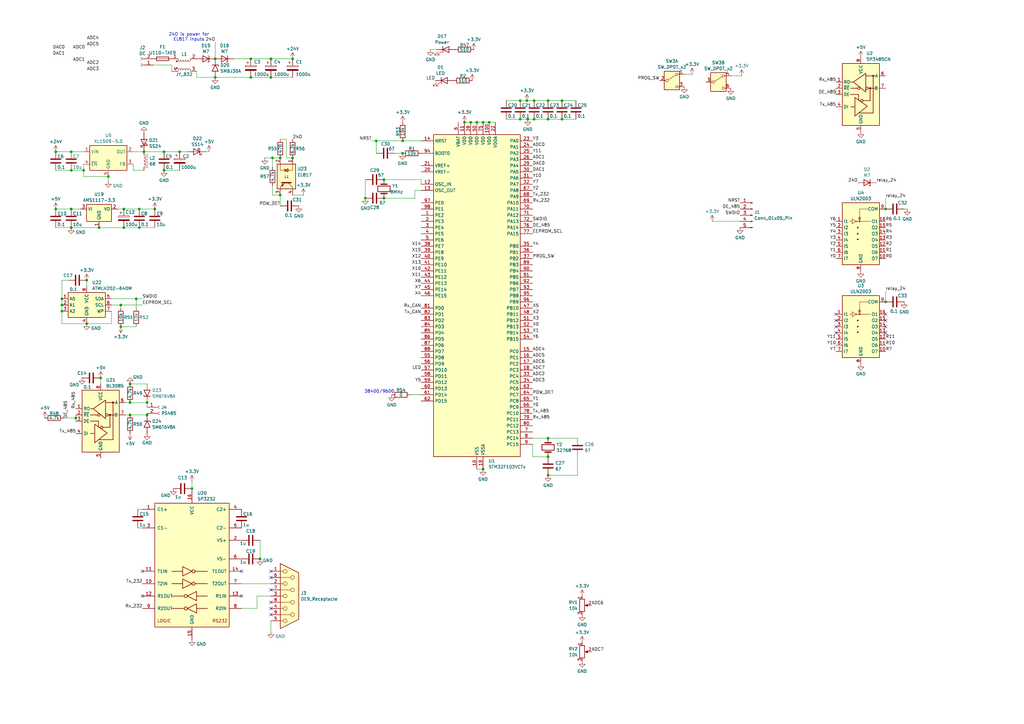
<source format=kicad_sch>
(kicad_sch (version 20231120) (generator "eeschema") (generator_version "8.0")
  (paper "A3")
  (junction (at 35.56 114.935))
  (junction (at 67.3009 62.23))
  (junction (at 102.87 31.75))
  (junction (at 224.79 48.895))
  (junction (at 31.115 171.45))
  (junction (at 41.275 155.0228))
  (junction (at 195.58 50.165))
  (junction (at 88.265 31.75))
  (junction (at 53.34 165.1))
  (junction (at 88.265 24.13))
  (junction (at 193.04 50.165))
  (junction (at 29.21 85.725))
  (junction (at 213.36 41.275))
  (junction (at 29.21 69.85))
  (junction (at 111.125 31.75))
  (junction (at 149.86 81.28))
  (junction (at 35.56 132.715))
  (junction (at 60.325 165.1))
  (junction (at 63.5 85.725))
  (junction (at 363.22 123.825))
  (junction (at 216.1236 41.275))
  (junction (at 57.15 85.725))
  (junction (at 219.075 41.275))
  (junction (at 224.79 194.945))
  (junction (at 120.015 24.13))
  (junction (at 111.125 24.13))
  (junction (at 49.53 125.095))
  (junction (at 73.66 62.23))
  (junction (at 111.76 64.77))
  (junction (at 154.305 57.785))
  (junction (at 49.53 133.985))
  (junction (at 106.68 229.235))
  (junction (at 114.935 64.77))
  (junction (at 50.8 93.345))
  (junction (at 224.79 187.325))
  (junction (at 224.79 41.275))
  (junction (at 157.48 81.28))
  (junction (at 59.055 62.23))
  (junction (at 165.1 62.865))
  (junction (at 78.74 200.4026))
  (junction (at 29.21 62.23))
  (junction (at 67.3009 69.85))
  (junction (at 53.34 157.48))
  (junction (at 198.12 50.165))
  (junction (at 22.86 85.725))
  (junction (at 230.505 48.895))
  (junction (at 25.4 125.095))
  (junction (at 219.075 48.895))
  (junction (at 224.79 179.705))
  (junction (at 57.15 93.345))
  (junction (at 120.015 64.77))
  (junction (at 29.21 93.345))
  (junction (at 25.4 122.555))
  (junction (at 60.325 170.18))
  (junction (at 53.34 170.18))
  (junction (at 40.64 93.345))
  (junction (at 25.4 127.635))
  (junction (at 216.4245 48.895))
  (junction (at 363.22 85.725))
  (junction (at 50.8 85.725))
  (junction (at 230.505 41.275))
  (junction (at 157.48 73.66))
  (junction (at 102.87 24.13))
  (junction (at 213.36 48.895))
  (junction (at 114.935 80.01))
  (junction (at 22.86 62.23))
  (junction (at 190.5 50.165))
  (junction (at 44.45 72.39))
  (junction (at 198.12 192.405))
  (junction (at 200.66 50.165))
  (junction (at 34.29 69.85))
  (junction (at 165.1589 57.785))
  (junction (at 55.88 122.555))
  (no_connect (at 342.9 128.905))
  (no_connect (at 99.06 244.475))
  (no_connect (at 111.125 247.015))
  (no_connect (at 363.22 131.445))
  (no_connect (at 58.42 244.475))
  (no_connect (at 363.22 136.525))
  (no_connect (at 111.125 249.555))
  (no_connect (at 111.125 236.855))
  (no_connect (at 363.22 128.905))
  (no_connect (at 58.42 234.315))
  (no_connect (at 342.9 133.985))
  (no_connect (at 111.125 234.315))
  (no_connect (at 111.125 252.095))
  (no_connect (at 342.9 136.525))
  (no_connect (at 99.06 234.315))
  (no_connect (at 111.125 241.935))
  (no_connect (at 342.9 131.445))
  (no_connect (at 363.22 133.985))
  (wire (pts (xy 99.06 239.395) (xy 111.125 239.395)))
  (wire (pts (xy 55.88 122.555) (xy 55.88 126.365)))
  (wire (pts (xy 25.4 132.715) (xy 35.56 132.715)))
  (wire (pts (xy 31.115 171.45) (xy 31.115 172.72)))
  (wire (pts (xy 108.585 64.77) (xy 111.76 64.77)))
  (wire (pts (xy 88.265 31.75) (xy 80.645 31.75)))
  (wire (pts (xy 195.58 192.405) (xy 198.12 192.405)))
  (wire (pts (xy 29.21 69.85) (xy 34.29 69.85)))
  (wire (pts (xy 304.165 31.115) (xy 299.72 31.115)))
  (wire (pts (xy 54.61 69.85) (xy 54.61 67.31)))
  (wire (pts (xy 78.74 197.485) (xy 78.74 200.4026)))
  (wire (pts (xy 195.58 50.165) (xy 198.12 50.165)))
  (wire (pts (xy 34.29 67.31) (xy 34.29 69.85)))
  (wire (pts (xy 193.04 50.165) (xy 195.58 50.165)))
  (wire (pts (xy 120.015 31.75) (xy 111.125 31.75)))
  (wire (pts (xy 224.79 41.275) (xy 230.505 41.275)))
  (wire (pts (xy 218.44 187.325) (xy 224.79 187.325)))
  (wire (pts (xy 88.265 31.75) (xy 102.87 31.75)))
  (wire (pts (xy 40.64 93.345) (xy 50.8 93.345)))
  (wire (pts (xy 111.125 244.475) (xy 105.41 244.475)))
  (wire (pts (xy 363.22 119.38) (xy 363.22 123.825)))
  (wire (pts (xy 165.1589 57.785) (xy 172.72 57.785)))
  (wire (pts (xy 168.275 161.925) (xy 172.72 161.925)))
  (wire (pts (xy 190.5 50.165) (xy 193.04 50.165)))
  (wire (pts (xy 207.645 41.275) (xy 213.36 41.275)))
  (wire (pts (xy 105.41 244.475) (xy 105.41 249.555)))
  (wire (pts (xy 58.42 122.555) (xy 55.88 122.555)))
  (wire (pts (xy 292.1 90.805) (xy 303.53 90.805)))
  (wire (pts (xy 200.66 50.165) (xy 203.2 50.165)))
  (wire (pts (xy 213.36 48.895) (xy 216.4245 48.895)))
  (wire (pts (xy 31.115 170.18) (xy 31.115 171.45)))
  (wire (pts (xy 33.02 85.725) (xy 29.21 85.725)))
  (wire (pts (xy 157.48 81.28) (xy 170.18 81.28)))
  (wire (pts (xy 56.515 216.535) (xy 58.42 216.535)))
  (wire (pts (xy 50.8 85.725) (xy 57.15 85.725)))
  (wire (pts (xy 106.68 221.615) (xy 106.68 229.235)))
  (wire (pts (xy 218.44 182.245) (xy 218.44 187.325)))
  (wire (pts (xy 70.485 29.21) (xy 70.485 26.67)))
  (wire (pts (xy 219.075 48.895) (xy 224.79 48.895)))
  (wire (pts (xy 161.925 62.865) (xy 165.1 62.865)))
  (wire (pts (xy 198.12 50.165) (xy 200.66 50.165)))
  (wire (pts (xy 236.855 194.945) (xy 236.855 187.325)))
  (wire (pts (xy 236.855 179.705) (xy 224.79 179.705)))
  (wire (pts (xy 60.325 169.545) (xy 60.325 170.18)))
  (wire (pts (xy 70.485 26.67) (xy 62.865 26.67)))
  (wire (pts (xy 230.505 48.895) (xy 236.22 48.895)))
  (wire (pts (xy 56.515 208.915) (xy 58.42 208.915)))
  (wire (pts (xy 111.76 76.2) (xy 111.76 80.01)))
  (wire (pts (xy 55.88 122.555) (xy 45.72 122.555)))
  (wire (pts (xy 60.325 157.48) (xy 53.34 157.48)))
  (wire (pts (xy 154.305 62.865) (xy 154.305 57.785)))
  (wire (pts (xy 224.79 194.945) (xy 236.855 194.945)))
  (wire (pts (xy 149.86 73.66) (xy 149.86 81.28)))
  (wire (pts (xy 216.4245 48.895) (xy 219.075 48.895)))
  (wire (pts (xy 49.53 125.095) (xy 45.72 125.095)))
  (wire (pts (xy 29.21 62.23) (xy 34.29 62.23)))
  (wire (pts (xy 102.87 31.75) (xy 111.125 31.75)))
  (wire (pts (xy 22.86 69.85) (xy 29.21 69.85)))
  (wire (pts (xy 363.22 81.28) (xy 363.22 85.725)))
  (wire (pts (xy 50.8 93.345) (xy 57.15 93.345)))
  (wire (pts (xy 22.86 93.345) (xy 29.21 93.345)))
  (wire (pts (xy 41.275 154.94) (xy 41.275 155.0228)))
  (wire (pts (xy 25.4 114.935) (xy 25.4 122.555)))
  (wire (pts (xy 111.76 80.01) (xy 114.935 80.01)))
  (wire (pts (xy 219.075 41.275) (xy 224.79 41.275)))
  (wire (pts (xy 114.935 57.15) (xy 117.475 57.15)))
  (wire (pts (xy 207.645 48.895) (xy 213.36 48.895)))
  (wire (pts (xy 67.3009 62.23) (xy 73.66 62.23)))
  (wire (pts (xy 224.79 179.705) (xy 218.44 179.705)))
  (wire (pts (xy 60.325 165.1) (xy 60.325 167.005)))
  (wire (pts (xy 22.86 62.23) (xy 29.21 62.23)))
  (wire (pts (xy 170.18 81.28) (xy 170.18 78.105)))
  (wire (pts (xy 44.45 74.295) (xy 44.45 72.39)))
  (wire (pts (xy 80.645 31.75) (xy 80.645 29.21)))
  (wire (pts (xy 27.94 114.935) (xy 25.4 114.935)))
  (wire (pts (xy 154.305 57.785) (xy 165.1589 57.785)))
  (wire (pts (xy 85.725 62.23) (xy 84.455 62.23)))
  (wire (pts (xy 49.53 126.365) (xy 49.53 125.095)))
  (wire (pts (xy 25.4 122.555) (xy 25.4 125.095)))
  (wire (pts (xy 45.72 132.715) (xy 45.72 127.635)))
  (wire (pts (xy 34.29 72.39) (xy 44.45 72.39)))
  (wire (pts (xy 213.36 41.275) (xy 216.1236 41.275)))
  (wire (pts (xy 120.015 80.01) (xy 124.46 80.01)))
  (wire (pts (xy 57.15 93.345) (xy 63.5 93.345)))
  (wire (pts (xy 105.41 249.555) (xy 99.06 249.555)))
  (wire (pts (xy 49.53 133.985) (xy 55.88 133.985)))
  (wire (pts (xy 25.4 127.635) (xy 25.4 132.715)))
  (wire (pts (xy 117.475 64.77) (xy 120.015 64.77)))
  (wire (pts (xy 57.15 85.725) (xy 63.5 85.725)))
  (wire (pts (xy 59.055 62.23) (xy 54.61 62.23)))
  (wire (pts (xy 76.835 62.23) (xy 73.66 62.23)))
  (wire (pts (xy 60.325 165.1) (xy 53.34 165.1)))
  (wire (pts (xy 120.015 24.13) (xy 111.125 24.13)))
  (wire (pts (xy 111.125 259.08) (xy 111.125 254.635)))
  (wire (pts (xy 102.87 24.13) (xy 111.125 24.13)))
  (wire (pts (xy 170.18 78.105) (xy 172.72 78.105)))
  (wire (pts (xy 25.4 125.095) (xy 25.4 127.635)))
  (wire (pts (xy 59.055 69.85) (xy 54.61 69.85)))
  (wire (pts (xy 60.325 170.18) (xy 53.34 170.18)))
  (wire (pts (xy 117.475 57.15) (xy 117.475 64.77)))
  (wire (pts (xy 114.935 84.455) (xy 114.935 80.01)))
  (wire (pts (xy 172.72 73.66) (xy 172.72 75.565)))
  (wire (pts (xy 53.34 165.1) (xy 51.435 165.1)))
  (wire (pts (xy 224.79 48.895) (xy 230.505 48.895)))
  (wire (pts (xy 152.4 57.785) (xy 154.305 57.785)))
  (wire (pts (xy 111.76 64.77) (xy 114.935 64.77)))
  (wire (pts (xy 283.845 30.48) (xy 280.67 30.48)))
  (wire (pts (xy 95.885 24.13) (xy 102.87 24.13)))
  (wire (pts (xy 26.035 171.45) (xy 31.115 171.45)))
  (wire (pts (xy 67.3009 69.85) (xy 73.66 69.85)))
  (wire (pts (xy 58.42 125.095) (xy 49.53 125.095)))
  (wire (pts (xy 230.505 41.275) (xy 236.22 41.275)))
  (wire (pts (xy 216.1236 41.275) (xy 219.075 41.275)))
  (wire (pts (xy 35.56 114.935) (xy 35.56 117.475)))
  (wire (pts (xy 53.34 170.18) (xy 51.435 170.18)))
  (wire (pts (xy 34.29 69.85) (xy 34.29 72.39)))
  (wire (pts (xy 342.9 36.195) (xy 342.9 38.735)))
  (wire (pts (xy 35.56 132.715) (xy 45.72 132.715)))
  (wire (pts (xy 176.53 20.32) (xy 179.07 20.32)))
  (wire (pts (xy 41.275 155.0228) (xy 41.275 157.48)))
  (wire (pts (xy 50.8 85.725) (xy 48.26 85.725)))
  (wire (pts (xy 111.76 64.77) (xy 111.76 68.58)))
  (wire (pts (xy 157.48 73.66) (xy 172.72 73.66)))
  (wire (pts (xy 88.265 17.145) (xy 88.265 24.13)))
  (wire (pts (xy 78.74 200.4026) (xy 78.74 201.295)))
  (wire (pts (xy 67.3009 62.23) (xy 59.055 62.23)))
  (wire (pts (xy 22.86 85.725) (xy 29.21 85.725)))
  (wire (pts (xy 29.21 93.345) (xy 40.64 93.345)))
  (wire (pts (xy 372.11 85.725) (xy 370.84 85.725)))
  (text "24O is power for\nEL817 inputs" (at 77.47 15.24 0) (effects (font (size 1.27 1.27))))
  (text "38400/9600" (at 155.575 160.655 0) (effects (font (size 1.27 1.27))))
  (label "SWDIO" (at 303.53 88.265 180))
  (label "X12" (at 172.72 106.045 180))
  (label "24O" (at 513.08 273.685 180))
  (label "Y4" (at 342.9 95.885 180))
  (label "relay_24" (at 359.41 74.93 0))
  (label "X0" (at 446.405 170.815 180))
  (label "X0" (at 218.44 133.985 0))
  (label "R11" (at 363.22 139.065 0))
  (label "EEPROM_SCL" (at 218.44 95.885 0))
  (label "24O" (at 351.79 74.93 180))
  (label "Y1" (at 342.9 103.505 180))
  (label "COM0" (at 460.957 97.4373 0))
  (label "ADC5" (at 218.44 146.685 0))
  (label "ADC1" (at 218.44 65.405 0))
  (label "Rx_485" (at 31.115 167.64 90))
  (label "X1" (at 446.405 189.865 180))
  (label "relay_24" (at 478.79 108.585 180))
  (label "24O" (at 446.405 213.36 180))
  (label "Rx_232" (at 218.44 83.185 0))
  (label "relay_24" (at 478.737 140.6173 180))
  (label "SWDIO" (at 218.44 90.805 0))
  (label "relay_24" (at 445.082 92.3573 180))
  (label "NRST" (at 303.53 83.185 180))
  (label "Y4" (at 218.44 100.965 0))
  (label "COM0" (at 461.063 113.3827 0))
  (label "X4" (at 446.405 249.555 180))
  (label "YY0" (at 461.01 75.565 0))
  (label "ADC7" (at 242.57 267.335 0))
  (label "X11" (at 513.08 249.555 180))
  (label "relay_24" (at 478.684 92.6396 180))
  (label "R7" (at 363.22 144.145 0))
  (label "Y1" (at 218.44 164.465 0))
  (label "ADC6" (at 218.44 149.225 0))
  (label "X6" (at 446.405 289.56 180))
  (label "Tx_232" (at 218.44 80.645 0))
  (label "relay_24" (at 363.22 81.28 0))
  (label "DAC0" (at 21.59 20.32 0))
  (label "24O" (at 446.405 232.41 180))
  (label "X13" (at 172.72 108.585 180))
  (label "X3" (at 446.405 228.6 180))
  (label "ADC7" (at 218.44 151.765 0))
  (label "YY2" (at 461.063 107.6677 0))
  (label "Tx_485" (at 31.115 177.8 180))
  (label "Rx_485" (at 218.44 172.085 0))
  (label "relay_24" (at 445.135 140.335 180))
  (label "COM1" (at 494.559 97.7196 0))
  (label "X10" (at 513.08 228.6 180))
  (label "24O" (at 513.08 232.41 180))
  (label "R11" (at 478.737 145.0623 180))
  (label "ADC2" (at 218.44 154.305 0))
  (label "COM2" (at 494.612 145.6973 0))
  (label "24O" (at 513.08 193.675 180))
  (label "X7" (at 513.08 170.815 180))
  (label "ADC4" (at 35.56 16.51 0))
  (label "relay_24" (at 445.135 76.2 180))
  (label "ADC4" (at 218.44 144.145 0))
  (label "Y2" (at 218.44 78.105 0))
  (label "X12" (at 513.08 269.875 180))
  (label "DE_485" (at 303.53 85.725 180))
  (label "Y6" (at 218.44 139.065 0))
  (label "Y6" (at 342.9 90.805 180))
  (label "X7" (at 172.72 118.745 180))
  (label "R4" (at 445.135 144.78 180))
  (label "Y0" (at 342.9 106.045 180))
  (label "X13" (at 513.08 289.56 180))
  (label "R5" (at 478.737 80.9273 180))
  (label "YY10" (at 494.612 124.1073 0))
  (label "DAC0" (at 218.44 67.945 0))
  (label "X4" (at 172.72 121.285 180))
  (label "Rx_485" (at 342.9 33.655 180))
  (label "X11" (at 172.72 113.665 180))
  (label "R1" (at 445.082 96.8023 180))
  (label "relay_24" (at 445.135 124.46 180))
  (label "ADC5" (at 35.56 19.05 0))
  (label "24O" (at 513.08 174.625 180))
  (label "ADC0" (at 218.44 60.325 0))
  (label "X10" (at 172.72 111.125 180))
  (label "POW_DET" (at 114.935 84.455 180))
  (label "R6" (at 363.22 90.805 0))
  (label "COM1" (at 494.612 81.5623 0))
  (label "R2" (at 363.22 100.965 0))
  (label "relay_24" (at 478.737 124.7423 180))
  (label "24O" (at 120.015 57.15 0))
  (label "R0" (at 445.135 80.645 180))
  (label "Y5" (at 172.72 156.845 180))
  (label "Y10" (at 218.44 73.025 0))
  (label "R10" (at 363.22 141.605 0))
  (label "R4" (at 363.22 95.885 0))
  (label "YY11" (at 494.612 139.9823 0))
  (label "Rx_232" (at 58.42 249.555 180))
  (label "R10" (at 478.737 129.1873 180))
  (label "R6" (at 478.684 97.0846 180))
  (label "YY4" (at 461.01 139.7 0))
  (label "24O" (at 513.08 293.37 180))
  (label "Y2" (at 342.9 100.965 180))
  (label "DE_485" (at 342.9 38.735 180))
  (label "24O" (at 88.265 17.145 180))
  (label "COM2" (at 494.612 129.8223 0))
  (label "24O" (at 446.405 273.685 180))
  (label "Y10" (at 342.9 141.605 180))
  (label "DAC1" (at 21.59 22.86 0))
  (label "NRST" (at 152.4 57.785 180))
  (label "DAC1" (at 218.44 70.485 0))
  (label "X8" (at 513.08 189.865 180))
  (label "X5" (at 218.44 126.365 0))
  (label "COM1" (at 494.665 113.665 0))
  (label "24O" (at 446.405 174.625 180))
  (label "ADC1" (at 29.845 25.4 0))
  (label "X6" (at 172.72 116.205 180))
  (label "YY5" (at 494.612 75.8473 0))
  (label "24O" (at 513.08 213.36 180))
  (label "24O" (at 446.405 293.37 180))
  (label "DE_485" (at 218.44 93.345 0))
  (label "Y3" (at 342.9 98.425 180))
  (label "LED" (at 172.72 151.765 180))
  (label "COM1" (at 461.01 145.415 0))
  (label "Tx_485" (at 342.9 43.815 180))
  (label "relay_24" (at 478.737 76.4823 180))
  (label "YY7" (at 494.665 107.95 0))
  (label "YY6" (at 494.559 92.0046 0))
  (label "X2" (at 446.405 209.55 180))
  (label "R2" (at 445.188 112.7477 180))
  (label "X3" (at 218.44 131.445 0))
  (label "X14" (at 172.72 100.965 180))
  (label "R3" (at 363.22 98.425 0))
  (label "Y11" (at 218.44 62.865 0))
  (label "X15" (at 172.72 103.505 180))
  (label "Y7" (at 342.9 144.145 180))
  (label "ADC3" (at 35.56 29.21 0))
  (label "X1" (at 218.44 136.525 0))
  (label "YY3" (at 461.01 123.825 0))
  (label "R1" (at 363.22 103.505 0))
  (label "R5" (at 363.22 93.345 0))
  (label "SWDIO" (at 58.42 122.555 0))
  (label "LED" (at 178.435 33.02 180))
  (label "24O" (at 446.405 193.675 180))
  (label "Y5" (at 342.9 93.345 180))
  (label "R3" (at 445.135 128.905 180))
  (label "COM0" (at 461.01 129.54 0))
  (label "X9" (at 513.08 209.55 180))
  (label "PROG_SW" (at 270.51 33.02 180))
  (label "POW_DET" (at 218.44 161.925 0))
  (label "ADC0" (at 29.845 20.32 0))
  (label "R0" (at 363.22 106.045 0))
  (label "Y7" (at 218.44 75.565 0))
  (label "Y3" (at 218.44 57.785 0))
  (label "relay_24" (at 363.22 119.38 0))
  (label "24O" (at 446.405 253.365 180))
  (label "ADC6" (at 242.57 248.285 0))
  (label "ADC2" (at 35.56 26.67 0))
  (label "YY1" (at 460.957 91.7223 0))
  (label "X5" (at 446.405 269.875 180))
  (label "relay_24" (at 445.188 108.3027 180))
  (label "COM0" (at 461.01 81.28 0))
  (label "Rx_CAN" (at 172.72 126.365 180))
  (label "Tx_485" (at 218.44 169.545 0))
  (label "EEPROM_SCL" (at 58.42 125.095 0))
  (label "DE_485" (at 27.94 171.45 90))
  (label "X2" (at 218.44 128.905 0))
  (label "PROG_SW" (at 218.44 106.045 0))
  (label "Tx_CAN" (at 172.72 128.905 180))
  (label "24O" (at 513.08 253.365 180))
  (label "ADC3" (at 218.44 156.845 0))
  (label "Tx_232" (at 58.42 239.395 180))
  (label "Y0" (at 218.44 167.005 0))
  (label "R7" (at 478.79 113.03 180))
  (label "Y11" (at 342.9 139.065 180))
  (symbol (lib_id "Device:R") (at 168.91 62.865 90) (unit 1)
    (property "Reference" "R1" (at 168.91 60.96 90))
    (property "Value" "10k" (at 168.91 62.865 90))
    (property "Footprint" "Resistor_SMD:R_0603_1608Metric_Pad0.98x0.95mm_HandSolder" (effects (hide yes)))
    (property "Description" "Resistor" (effects (hide yes)))
  )
  (symbol (lib_id "power:+3.3V") (at 78.74 197.485 0) (unit 1)
    (property "Reference" "#PWR058" (effects (hide yes)))
    (property "Value" "+3.3V" (at 78.74 193.3519 0))
    (property "Description" "Power symbol creates a global label with name \"+3.3V\"" (effects (hide yes)))
  )
  (symbol (lib_id "Switch:SW_DPDT_x2") (at 294.64 33.655 0) (unit 2)
    (property "Reference" "SW3" (at 294.64 25.7005 0))
    (property "Value" "SW_DPDT_x2" (at 294.64 28.1248 0))
    (property "Footprint" "Button_Switch_THT:SW_CK_JS202011CQN_DPDT_Straight" (effects (hide yes)))
    (property "Description" "Switch, dual pole double throw, separate symbols" (effects (hide yes)))
  )
  (symbol (lib_id "Device:C") (at 57.15 89.535 0) (unit 1)
    (property "Reference" "C8" (at 57.785 87.63 0) (effects (justify left)))
    (property "Value" "0.1" (at 57.785 92.075 0) (effects (justify left)))
    (property "Footprint" "Capacitor_SMD:C_0603_1608Metric_Pad1.08x0.95mm_HandSolder" (effects (hide yes)))
    (property "Description" "Unpolarized capacitor" (effects (hide yes)))
  )
  (symbol (lib_id "Device:C") (at 56.515 212.725 0) (unit 1)
    (property "Reference" "C15" (at 57.15 210.82 0) (effects (justify left)))
    (property "Value" "1u" (at 57.15 215.265 0) (effects (justify left)))
    (property "Footprint" "Capacitor_SMD:C_0805_2012Metric_Pad1.18x1.45mm_HandSolder" (effects (hide yes)))
    (property "Description" "Unpolarized capacitor" (effects (hide yes)))
  )
  (symbol (lib_id "Device:C") (at 158.115 62.865 90) (unit 1)
    (property "Reference" "C30" (at 158.115 59.055 90))
    (property "Value" "6?" (at 160.655 60.96 90))
    (property "Footprint" "Capacitor_SMD:C_0805_2012Metric_Pad1.18x1.45mm_HandSolder" (effects (hide yes)))
    (property "Description" "Unpolarized capacitor" (effects (hide yes)))
  )
  (symbol (lib_id "power:GND") (at 88.265 31.75 0) (unit 1)
    (property "Reference" "#PWR046" (effects (hide yes)))
    (property "Value" "GND" (at 88.265 35.8831 0))
    (property "Description" "Power symbol creates a global label with name \"GND\" , ground" (effects (hide yes)))
  )
  (symbol (lib_id "Transistor_Array:ULN2003") (at 353.06 133.985 0) (unit 1)
    (property "Reference" "U3" (at 353.06 117.1405 0))
    (property "Value" "ULN2003" (at 353.06 119.5648 0))
    (property "Footprint" "Package_SO:SOIC-16_3.9x9.9mm_P1.27mm" (effects (hide yes)))
    (property "Datasheet" "http://www.ti.com/lit/ds/symlink/uln2003a.pdf" (effects (hide yes)))
    (property "Description" "High Voltage, High Current Darlington Transistor Arrays, SOIC16/SOIC16W/DIP16/TSSOP16" (effects (hide yes)))
  )
  (symbol (lib_id "Diode:SMAJ30A") (at 88.265 27.94 270) (unit 1)
    (property "Reference" "D20" (at 90.297 26.7278 90) (effects (justify left)))
    (property "Value" "SMBJ30A" (at 90.297 29.1521 90) (effects (justify left)))
    (property "Footprint" "Diode_SMD:D_SMB" (effects (hide yes)))
    (property "Datasheet" "https://www.littelfuse.com/media?resourcetype=datasheets&itemid=75e32973-b177-4ee3-a0ff-cedaf1abdb93&filename=smaj-datasheet" (effects (hide yes)))
    (property "Description" "400W unidirectional Transient Voltage Suppressor, 30.0Vr, SMA(DO-214AC)" (effects (hide yes)))
  )
  (symbol (lib_id "Device:C_Polarized") (at 102.87 27.94 0) (unit 1)
    (property "Reference" "C3" (at 104.14 25.4 0) (effects (justify left)))
    (property "Value" "1000u" (at 104.14 30.48 0) (effects (justify left)))
    (property "Footprint" "Capacitor_THT:CP_Radial_D14.0mm_P7.50mm" (effects (hide yes)))
    (property "Description" "Polarized capacitor" (effects (hide yes)))
  )
  (symbol (lib_id "power:GND") (at 160.655 161.925 0) (unit 1)
    (property "Reference" "#PWR044" (effects (hide yes)))
    (property "Value" "GND" (at 160.655 166.0581 0))
    (property "Description" "Power symbol creates a global label with name \"GND\" , ground" (effects (hide yes)))
  )
  (symbol (lib_id "Device:R") (at 120.015 60.96 180) (unit 1)
    (property "Reference" "R56" (at 123.19 60.96 0))
    (property "Value" "6.2k" (at 120.015 60.96 90))
    (property "Footprint" "Resistor_SMD:R_0603_1608Metric_Pad0.98x0.95mm_HandSolder" (effects (hide yes)))
    (property "Description" "Resistor" (effects (hide yes)))
  )
  (symbol (lib_id "Memory_EEPROM:AT24CS64-SSHM") (at 35.56 125.095 0) (unit 1)
    (property "Reference" "U22" (at 37.7541 115.8705 0) (effects (justify left)))
    (property "Value" "ATMLH202-64DM" (at 37.7541 118.2948 0) (effects (justify left)))
    (property "Footprint" "Package_SO:SOIC-8_3.9x4.9mm_P1.27mm" (effects (hide yes)))
    (property "Datasheet" "http://ww1.microchip.com/downloads/en/DeviceDoc/Atmel-8870-SEEPROM-AT24CS64-Datasheet.pdf" (effects (hide yes)))
    (property "Description" "I2C Serial EEPROM, 64Kb (8192x8) with Unique Serial Number, SO8" (effects (hide yes)))
  )
  (symbol (lib_id "power:GND") (at 238.76 271.145 0) (unit 1)
    (property "Reference" "#PWR015" (effects (hide yes)))
    (property "Value" "GND" (at 238.76 275.2781 0))
    (property "Description" "Power symbol creates a global label with name \"GND\" , ground" (effects (hide yes)))
  )
  (symbol (lib_id "Interface_UART:SP3485CN") (at 353.06 38.735 0) (unit 1)
    (property "Reference" "U2" (at 355.2541 21.8905 0) (effects (justify left)))
    (property "Value" "SP3485CN" (at 355.2541 24.3148 0) (effects (justify left)))
    (property "Footprint" "Package_SO:SOIC-8_3.9x4.9mm_P1.27mm" (effects (hide yes)))
    (property "Datasheet" "http://www.icbase.com/pdf/SPX/SPX00480106.pdf" (effects (hide yes)))
    (property "Description" "3.3V Low Power Half-Duplex RS-485 Transceiver 10Mbps, SOIC-8" (effects (hide yes)))
  )
  (symbol (lib_id "Device:Crystal") (at 224.79 183.515 270) (unit 1)
    (property "Reference" "Y2" (at 228.1174 182.3028 90) (effects (justify left)))
    (property "Value" "32768" (at 228.1174 184.7271 90) (effects (justify left)))
    (property "Footprint" "Crystal:Crystal_HC49-U_Vertical" (effects (hide yes)))
    (property "Description" "Two pin crystal" (effects (hide yes)))
  )
  (symbol (lib_id "Device:R") (at 190.5 20.32 90) (unit 1)
    (property "Reference" "R47" (at 190.5 18.415 90))
    (property "Value" "510" (at 190.5 20.32 90))
    (property "Footprint" "Resistor_SMD:R_0603_1608Metric_Pad0.98x0.95mm_HandSolder" (effects (hide yes)))
    (property "Description" "Resistor" (effects (hide yes)))
  )
  (symbol (lib_id "Transistor_Array:ULN2003") (at 353.06 95.885 0) (unit 1)
    (property "Reference" "U4" (at 353.06 79.0405 0))
    (property "Value" "ULN2003" (at 353.06 81.4648 0))
    (property "Footprint" "Package_SO:SOIC-16_3.9x9.9mm_P1.27mm" (effects (hide yes)))
    (property "Datasheet" "http://www.ti.com/lit/ds/symlink/uln2003a.pdf" (effects (hide yes)))
    (property "Description" "High Voltage, High Current Darlington Transistor Arrays, SOIC16/SOIC16W/DIP16/TSSOP16" (effects (hide yes)))
  )
  (symbol (lib_id "power:+24V") (at 120.015 24.13 0) (unit 1)
    (property "Reference" "#PWR051" (effects (hide yes)))
    (property "Value" "+24V" (at 120.015 19.9969 0))
    (property "Description" "Power symbol creates a global label with name \"+24V\"" (effects (hide yes)))
  )
  (symbol (lib_id "power:GND") (at 238.76 252.095 0) (unit 1)
    (property "Reference" "#PWR012" (effects (hide yes)))
    (property "Value" "GND" (at 238.76 256.2281 0))
    (property "Description" "Power symbol creates a global label with name \"GND\" , ground" (effects (hide yes)))
  )
  (symbol (lib_id "Interface_UART:MAX3232") (at 78.74 231.775 0) (unit 1)
    (property "Reference" "U20" (at 80.9341 202.2305 0) (effects (justify left)))
    (property "Value" "SP3232" (at 80.9341 204.6548 0) (effects (justify left)))
    (property "Footprint" "Package_SO:SOIC-16_3.9x9.9mm_P1.27mm" (effects (hide yes)))
    (property "Datasheet" "https://datasheets.maximintegrated.com/en/ds/MAX3222-MAX3241.pdf" (effects (hide yes)))
    (property "Description" "3.0V to 5.5V, Low-Power, up to 1Mbps, True RS-232 Transceivers Using Four 0.1μF External Capacitors" (effects (hide yes)))
  )
  (symbol (lib_id "Device:C") (at 31.75 114.935 90) (unit 1)
    (property "Reference" "C17" (at 29.845 112.9472 90) (effects (justify left)))
    (property "Value" "0.1" (at 31.75 118.6622 90) (effects (justify left)))
    (property "Footprint" "Capacitor_SMD:C_0603_1608Metric_Pad1.08x0.95mm_HandSolder" (effects (hide yes)))
    (property "Description" "Unpolarized capacitor" (effects (hide yes)))
  )
  (symbol (lib_id "power:+5V") (at 53.34 177.8 180) (unit 1)
    (property "Reference" "#PWR067" (effects (hide yes)))
    (property "Value" "+5V" (at 53.34 181.9331 0))
    (property "Description" "Power symbol creates a global label with name \"+5V\"" (effects (hide yes)))
  )
  (symbol (lib_id "power:GND") (at 111.125 259.08 0) (unit 1)
    (property "Reference" "#PWR062" (effects (hide yes)))
    (property "Value" "GND" (at 114.935 260.985 0))
    (property "Description" "Power symbol creates a global label with name \"GND\" , ground" (effects (hide yes)))
  )
  (symbol (lib_id "power:+5V") (at 353.06 23.495 0) (unit 1)
    (property "Reference" "#PWR07" (effects (hide yes)))
    (property "Value" "+5V" (at 353.06 19.3619 0))
    (property "Description" "Power symbol creates a global label with name \"+5V\"" (effects (hide yes)))
  )
  (symbol (lib_id "power:+5V") (at 18.415 171.45 0) (unit 1)
    (property "Reference" "#PWR064" (effects (hide yes)))
    (property "Value" "+5V" (at 18.415 167.3169 0))
    (property "Description" "Power symbol creates a global label with name \"+5V\"" (effects (hide yes)))
  )
  (symbol (lib_id "Device:C") (at 74.93 200.4026 90) (unit 1)
    (property "Reference" "C13" (at 76.835 195.9576 90) (effects (justify left)))
    (property "Value" "1u" (at 74.295 203.835 90) (effects (justify left)))
    (property "Footprint" "Capacitor_SMD:C_0805_2012Metric_Pad1.18x1.45mm_HandSolder" (effects (hide yes)))
    (property "Description" "Unpolarized capacitor" (effects (hide yes)))
  )
  (symbol (lib_id "Device:C_Polarized") (at 73.66 66.04 0) (unit 1)
    (property "Reference" "C2" (at 74.93 64.135 0) (effects (justify left)))
    (property "Value" "1000u" (at 74.295 68.58 0) (effects (justify left)))
    (property "Footprint" "Capacitor_THT:CP_Radial_D14.0mm_P7.50mm" (effects (hide yes)))
    (property "Description" "Polarized capacitor" (effects (hide yes)))
  )
  (symbol (lib_id "Switch:SW_DPDT_x2") (at 275.59 33.02 0) (unit 1)
    (property "Reference" "SW3" (at 275.59 25.0655 0))
    (property "Value" "SW_DPDT_x2" (at 275.59 27.4898 0))
    (property "Footprint" "Button_Switch_THT:SW_CK_JS202011CQN_DPDT_Straight" (effects (hide yes)))
    (property "Description" "Switch, dual pole double throw, separate symbols" (effects (hide yes)))
  )
  (symbol (lib_id "power:+3.3V") (at 190.5 50.165 0) (unit 1)
    (property "Reference" "#PWR02" (effects (hide yes)))
    (property "Value" "+3.3V" (at 190.5 46.0319 0))
    (property "Description" "Power symbol creates a global label with name \"+3.3V\"" (effects (hide yes)))
  )
  (symbol (lib_id "Device:C") (at 22.86 66.04 0) (unit 1)
    (property "Reference" "C6" (at 23.495 64.135 0) (effects (justify left)))
    (property "Value" "0.1" (at 23.495 68.58 0) (effects (justify left)))
    (property "Footprint" "Capacitor_SMD:C_0603_1608Metric_Pad1.08x0.95mm_HandSolder" (effects (hide yes)))
    (property "Description" "Unpolarized capacitor" (effects (hide yes)))
  )
  (symbol (lib_id "Device:Fuse") (at 66.675 24.13 90) (unit 1)
    (property "Reference" "F1" (at 66.675 19.2235 90))
    (property "Value" "U110-TAER" (at 66.675 21.6478 90))
    (property "Description" "Fuse" (effects (hide yes)))
  )
  (symbol (lib_id "Device:C") (at 367.03 123.825 90) (unit 1)
    (property "Reference" "C33" (at 372.11 121.285 90) (effects (justify left)))
    (property "Value" "0.1" (at 368.3 127.635 90) (effects (justify left)))
    (property "Footprint" "Capacitor_SMD:C_0603_1608Metric_Pad1.08x0.95mm_HandSolder" (effects (hide yes)))
    (property "Description" "Unpolarized capacitor" (effects (hide yes)))
  )
  (symbol (lib_id "power:GND") (at 108.585 64.77 0) (unit 1)
    (property "Reference" "#PWR077" (effects (hide yes)))
    (property "Value" "GND" (at 108.585 68.9031 0))
    (property "Description" "Power symbol creates a global label with name \"GND\" , ground" (effects (hide yes)))
  )
  (symbol (lib_id "Connector:Conn_01x02_Socket") (at 65.405 167.005 0) (unit 1)
    (property "Reference" "J4" (at 66.1162 167.0628 0) (effects (justify left)))
    (property "Value" "RS485" (at 66.1162 169.4871 0) (effects (justify left)))
    (property "Description" "Generic connector, single row, 01x02, script generated" (effects (hide yes)))
  )
  (symbol (lib_id "power:GND") (at 53.34 157.48 180) (unit 1)
    (property "Reference" "#PWR066" (effects (hide yes)))
    (property "Value" "GND" (at 56.515 154.6826 0))
    (property "Description" "Power symbol creates a global label with name \"GND\" , ground" (effects (hide yes)))
  )
  (symbol (lib_id "Device:C") (at 67.3009 66.04 0) (unit 1)
    (property "Reference" "C5" (at 67.9359 64.135 0) (effects (justify left)))
    (property "Value" "0.1" (at 67.9359 68.58 0) (effects (justify left)))
    (property "Footprint" "Capacitor_SMD:C_0603_1608Metric_Pad1.08x0.95mm_HandSolder" (effects (hide yes)))
    (property "Description" "Unpolarized capacitor" (effects (hide yes)))
  )
  (symbol (lib_id "power:+3.3V") (at 193.675 33.02 0) (unit 1)
    (property "Reference" "#PWR06" (effects (hide yes)))
    (property "Value" "+3.3V" (at 193.675 28.8869 0))
    (property "Description" "Power symbol creates a global label with name \"+3.3V\"" (effects (hide yes)))
  )
  (symbol (lib_id "power:GND") (at 59.055 54.61 180) (unit 1)
    (property "Reference" "#PWR050" (effects (hide yes)))
    (property "Value" "GND" (at 59.055 50.4769 0))
    (property "Description" "Power symbol creates a global label with name \"GND\" , ground" (effects (hide yes)))
  )
  (symbol (lib_id "Device:D_Schottky") (at 80.645 62.23 180) (unit 1)
    (property "Reference" "D22" (at 80.9625 56.8155 0))
    (property "Value" "SS14" (at 80.9625 59.2398 0))
    (property "Footprint" "Diode_SMD:D_SMA_Handsoldering" (effects (hide yes)))
    (property "Description" "Schottky diode" (effects (hide yes)))
  )
  (symbol (lib_id "power:GND") (at 44.45 74.295 0) (unit 1)
    (property "Reference" "#PWR049" (effects (hide yes)))
    (property "Value" "GND" (at 48.26 76.2 0))
    (property "Description" "Power symbol creates a global label with name \"GND\" , ground" (effects (hide yes)))
  )
  (symbol (lib_id "Device:C") (at 29.21 66.04 0) (unit 1)
    (property "Reference" "C7" (at 29.845 64.135 0) (effects (justify left)))
    (property "Value" "10u" (at 29.845 68.58 0) (effects (justify left)))
    (property "Footprint" "Capacitor_SMD:C_0805_2012Metric_Pad1.18x1.45mm_HandSolder" (effects (hide yes)))
    (property "Description" "Unpolarized capacitor" (effects (hide yes)))
  )
  (symbol (lib_id "power:+3.3V") (at 49.53 133.985 180) (unit 1)
    (property "Reference" "#PWR071" (effects (hide yes)))
    (property "Value" "+3.3V" (at 49.53 138.1181 0))
    (property "Description" "Power symbol creates a global label with name \"+3.3V\"" (effects (hide yes)))
  )
  (symbol (lib_id "power:GND") (at 216.4245 48.895 0) (unit 1)
    (property "Reference" "#PWR073" (effects (hide yes)))
    (property "Value" "GND" (at 216.4245 53.0281 0))
    (property "Description" "Power symbol creates a global label with name \"GND\" , ground" (effects (hide yes)))
  )
  (symbol (lib_id "Device:C") (at 22.86 89.535 0) (unit 1)
    (property "Reference" "C10" (at 23.495 87.63 0) (effects (justify left)))
    (property "Value" "0.1" (at 23.495 92.075 0) (effects (justify left)))
    (property "Footprint" "Capacitor_SMD:C_0603_1608Metric_Pad1.08x0.95mm_HandSolder" (effects (hide yes)))
    (property "Description" "Unpolarized capacitor" (effects (hide yes)))
  )
  (symbol (lib_id "power:GND") (at 67.3009 69.85 0) (unit 1)
    (property "Reference" "#PWR053" (effects (hide yes)))
    (property "Value" "GND" (at 67.3009 73.9831 0))
    (property "Description" "Power symbol creates a global label with name \"GND\" , ground" (effects (hide yes)))
  )
  (symbol (lib_id "power:+5V") (at 22.86 85.725 0) (unit 1)
    (property "Reference" "#PWR055" (effects (hide yes)))
    (property "Value" "+5V" (at 22.86 81.5919 0))
    (property "Description" "Power symbol creates a global label with name \"+5V\"" (effects (hide yes)))
  )
  (symbol (lib_id "Device:C") (at 29.21 89.535 0) (unit 1)
    (property "Reference" "C11" (at 29.845 87.63 0) (effects (justify left)))
    (property "Value" "10u" (at 29.845 92.075 0) (effects (justify left)))
    (property "Footprint" "Capacitor_SMD:C_0805_2012Metric_Pad1.18x1.45mm_HandSolder" (effects (hide yes)))
    (property "Description" "Unpolarized capacitor" (effects (hide yes)))
  )
  (symbol (lib_id "power:GND") (at 372.11 85.725 0) (unit 1)
    (property "Reference" "#PWR082" (effects (hide yes)))
    (property "Value" "GND" (at 372.11 89.8581 0))
    (property "Description" "Power symbol creates a global label with name \"GND\" , ground" (effects (hide yes)))
  )
  (symbol (lib_id "Device:L_Coupled_1243") (at 75.565 26.67 0) (unit 1)
    (property "Reference" "L1" (at 75.565 22.225 0))
    (property "Value" "JY_B32" (at 75.565 30.48 0))
    (property "Description" "Coupled inductor" (effects (hide yes)))
  )
  (symbol (lib_id "Device:R") (at 49.53 130.175 180) (unit 1)
    (property "Reference" "R51" (at 52.705 130.175 0))
    (property "Value" "10k" (at 49.53 130.175 90))
    (property "Footprint" "Resistor_SMD:R_0603_1608Metric_Pad0.98x0.95mm_HandSolder" (effects (hide yes)))
    (property "Description" "Resistor" (effects (hide yes)))
  )
  (symbol (lib_id "Connector:Conn_01x02_Socket") (at 57.785 26.67 180) (unit 1)
    (property "Reference" "J2" (at 58.42 19.5283 0))
    (property "Value" "DC" (at 58.42 21.9526 0))
    (property "Description" "Generic connector, single row, 01x02, script generated" (effects (hide yes)))
  )
  (symbol (lib_id "Diode:SM6T6V8A") (at 60.325 173.99 270) (unit 1)
    (property "Reference" "D24" (at 62.357 172.7778 90) (effects (justify left)))
    (property "Value" "SM6T6V8A" (at 62.357 175.2021 90) (effects (justify left)))
    (property "Footprint" "Diode_SMD:D_SMB" (effects (hide yes)))
    (property "Datasheet" "https://www.st.com/resource/en/datasheet/sm6t.pdf" (effects (hide yes)))
    (property "Description" "600W unidirectional Transil Transient Voltage Suppressor, 6.8Vrwm, DO-214AA" (effects (hide yes)))
  )
  (symbol (lib_id "Device:C_Polarized") (at 120.015 27.94 0) (unit 1)
    (property "Reference" "C1" (at 121.285 25.4 0) (effects (justify left)))
    (property "Value" "1000u" (at 121.285 30.48 0) (effects (justify left)))
    (property "Footprint" "Capacitor_THT:CP_Radial_D14.0mm_P7.50mm" (effects (hide yes)))
    (property "Description" "Polarized capacitor" (effects (hide yes)))
  )
  (symbol (lib_id "power:GND") (at 29.21 93.345 0) (unit 1)
    (property "Reference" "#PWR056" (effects (hide yes)))
    (property "Value" "GND" (at 33.02 95.25 0))
    (property "Description" "Power symbol creates a global label with name \"GND\" , ground" (effects (hide yes)))
  )
  (symbol (lib_id "Device:R") (at 165.1589 53.975 180) (unit 1)
    (property "Reference" "R53" (at 163.2539 53.975 90))
    (property "Value" "10k" (at 165.1589 53.975 90))
    (property "Footprint" "Resistor_SMD:R_0603_1608Metric_Pad0.98x0.95mm_HandSolder" (effects (hide yes)))
    (property "Description" "Resistor" (effects (hide yes)))
  )
  (symbol (lib_id "power:+3.3V") (at 283.845 30.48 0) (unit 1)
    (property "Reference" "#PWR010" (effects (hide yes)))
    (property "Value" "+3.3V" (at 283.845 26.3469 0))
    (property "Description" "Power symbol creates a global label with name \"+3.3V\"" (effects (hide yes)))
  )
  (symbol (lib_id "Device:R") (at 189.865 33.02 90) (unit 1)
    (property "Reference" "R2" (at 189.865 31.115 90))
    (property "Value" "510" (at 189.865 33.02 90))
    (property "Footprint" "Resistor_SMD:R_0603_1608Metric_Pad0.98x0.95mm_HandSolder" (effects (hide yes)))
    (property "Description" "Resistor" (effects (hide yes)))
  )
  (symbol (lib_id "Device:R") (at 22.225 171.45 90) (unit 1)
    (property "Reference" "R48" (at 22.225 169.545 90))
    (property "Value" "4.7k" (at 22.225 171.45 90))
    (property "Footprint" "Resistor_SMD:R_0603_1608Metric_Pad0.98x0.95mm_HandSolder" (effects (hide yes)))
    (property "Description" "Resistor" (effects (hide yes)))
  )
  (symbol (lib_id "Device:R") (at 53.34 173.99 180) (unit 1)
    (property "Reference" "R50" (at 56.515 173.99 0))
    (property "Value" "4.7k" (at 53.34 173.99 90))
    (property "Footprint" "Resistor_SMD:R_0603_1608Metric_Pad0.98x0.95mm_HandSolder" (effects (hide yes)))
    (property "Description" "Resistor" (effects (hide yes)))
  )
  (symbol (lib_id "Regulator_Linear:AMS1117-3.3") (at 40.64 85.725 0) (unit 1)
    (property "Reference" "U19" (at 40.64 79.6755 0))
    (property "Value" "AMS1117-3.3" (at 40.64 82.0998 0))
    (property "Footprint" "Package_TO_SOT_SMD:SOT-223-3_TabPin2" (effects (hide yes)))
    (property "Datasheet" "http://www.advanced-monolithic.com/pdf/ds1117.pdf" (effects (hide yes)))
    (property "Description" "1A Low Dropout regulator, positive, 3.3V fixed output, SOT-223" (effects (hide yes)))
  )
  (symbol (lib_id "Diode:SM6T6V8A") (at 60.325 161.29 90) (unit 1)
    (property "Reference" "D23" (at 62.357 160.0778 90) (effects (justify right)))
    (property "Value" "SM6T6V8A" (at 62.357 162.5021 90) (effects (justify right)))
    (property "Footprint" "Diode_SMD:D_SMB" (effects (hide yes)))
    (property "Datasheet" "https://www.st.com/resource/en/datasheet/sm6t.pdf" (effects (hide yes)))
    (property "Description" "600W unidirectional Transil Transient Voltage Suppressor, 6.8Vrwm, DO-214AA" (effects (hide yes)))
  )
  (symbol (lib_id "power:+3.3V") (at 35.56 114.935 0) (unit 1)
    (property "Reference" "#PWR070" (effects (hide yes)))
    (property "Value" "+3.3V" (at 35.56 110.8019 0))
    (property "Description" "Power symbol creates a global label with name \"+3.3V\"" (effects (hide yes)))
  )
  (symbol (lib_id "power:+3.3V") (at 165.1589 50.165 0) (unit 1)
    (property "Reference" "#PWR076" (effects (hide yes)))
    (property "Value" "+3.3V" (at 165.1589 46.0319 0))
    (property "Description" "Power symbol creates a global label with name \"+3.3V\"" (effects (hide yes)))
  )
  (symbol (lib_id "Device:L_Ferrite") (at 59.055 66.04 0) (unit 1)
    (property "Reference" "L2" (at 61.214 64.8278 0) (effects (justify left)))
    (property "Value" "68" (at 61.214 67.2521 0) (effects (justify left)))
    (property "Footprint" "Inductor_SMD:L_10.4x10.4_H4.8" (effects (hide yes)))
    (property "Description" "Inductor with ferrite core" (effects (hide yes)))
  )
  (symbol (lib_id "Device:C") (at 230.505 45.085 0) (unit 1)
    (property "Reference" "C24" (at 231.14 43.18 0) (effects (justify left)))
    (property "Value" "0.1" (at 231.14 47.625 0) (effects (justify left)))
    (property "Footprint" "Capacitor_SMD:C_0603_1608Metric_Pad1.08x0.95mm_HandSolder" (effects (hide yes)))
    (property "Description" "Unpolarized capacitor" (effects (hide yes)))
  )
  (symbol (lib_id "Device:C") (at 153.67 81.28 90) (unit 1)
    (property "Reference" "C28" (at 153.67 85.09 90))
    (property "Value" "6?" (at 156.845 83.185 90))
    (property "Footprint" "Capacitor_SMD:C_0805_2012Metric_Pad1.18x1.45mm_HandSolder" (effects (hide yes)))
    (property "Description" "Unpolarized capacitor" (effects (hide yes)))
  )
  (symbol (lib_id "power:GND") (at 353.06 149.225 0) (unit 1)
    (property "Reference" "#PWR080" (effects (hide yes)))
    (property "Value" "GND" (at 353.06 153.3581 0))
    (property "Description" "Power symbol creates a global label with name \"GND\" , ground" (effects (hide yes)))
  )
  (symbol (lib_id "power:GND") (at 149.86 81.28 0) (unit 1)
    (property "Reference" "#PWR075" (effects (hide yes)))
    (property "Value" "GND" (at 149.86 85.4131 0))
    (property "Description" "Power symbol creates a global label with name \"GND\" , ground" (effects (hide yes)))
  )
  (symbol (lib_id "power:GND") (at 176.53 20.32 0) (unit 1)
    (property "Reference" "#PWR045" (effects (hide yes)))
    (property "Value" "GND" (at 176.53 24.4531 0))
    (property "Description" "Power symbol creates a global label with name \"GND\" , ground" (effects (hide yes)))
  )
  (symbol (lib_id "power:GND") (at 78.74 262.255 0) (unit 1)
    (property "Reference" "#PWR059" (effects (hide yes)))
    (property "Value" "GND" (at 82.55 264.16 0))
    (property "Description" "Power symbol creates a global label with name \"GND\" , ground" (effects (hide yes)))
  )
  (symbol (lib_id "power:+3.3V") (at 63.5 85.725 0) (unit 1)
    (property "Reference" "#PWR057" (effects (hide yes)))
    (property "Value" "+3.3V" (at 63.5 81.5919 0))
    (property "Description" "Power symbol creates a global label with name \"+3.3V\"" (effects (hide yes)))
  )
  (symbol (lib_id "Device:C") (at 236.22 45.085 0) (unit 1)
    (property "Reference" "C25" (at 236.855 43.18 0) (effects (justify left)))
    (property "Value" "0.1" (at 236.855 47.625 0) (effects (justify left)))
    (property "Footprint" "Capacitor_SMD:C_0603_1608Metric_Pad1.08x0.95mm_HandSolder" (effects (hide yes)))
    (property "Description" "Unpolarized capacitor" (effects (hide yes)))
  )
  (symbol (lib_id "power:GND") (at 353.06 111.125 0) (unit 1)
    (property "Reference" "#PWR09" (effects (hide yes)))
    (property "Value" "GND" (at 353.06 115.2581 0))
    (property "Description" "Power symbol creates a global label with name \"GND\" , ground" (effects (hide yes)))
  )
  (symbol (lib_id "Device:C_Polarized") (at 50.8 89.535 0) (unit 1)
    (property "Reference" "C12" (at 51.435 86.995 0) (effects (justify left)))
    (property "Value" "100u" (at 51.435 92.075 0) (effects (justify left)))
    (property "Footprint" "Capacitor_Tantalum_SMD:CP_EIA-3528-12_Kemet-T_Pad1.50x2.35mm_HandSolder" (effects (hide yes)))
    (property "Description" "Polarized capacitor" (effects (hide yes)))
  )
  (symbol (lib_id "power:+3.3V") (at 194.31 20.32 0) (unit 1)
    (property "Reference" "#PWR016" (effects (hide yes)))
    (property "Value" "+3.3V" (at 194.31 16.1869 0))
    (property "Description" "Power symbol creates a global label with name \"+3.3V\"" (effects (hide yes)))
  )
  (symbol (lib_id "power:+24V") (at 22.86 62.23 0) (unit 1)
    (property "Reference" "#PWR052" (effects (hide yes)))
    (property "Value" "+24V" (at 22.86 58.0969 0))
    (property "Description" "Power symbol creates a global label with name \"+24V\"" (effects (hide yes)))
  )
  (symbol (lib_id "Device:C") (at 224.79 191.135 0) (unit 1)
    (property "Reference" "C27" (at 227.711 189.9228 0) (effects (justify left)))
    (property "Value" "6?" (at 227.711 192.3471 0) (effects (justify left)))
    (property "Footprint" "Capacitor_SMD:C_0805_2012Metric_Pad1.18x1.45mm_HandSolder" (effects (hide yes)))
    (property "Description" "Unpolarized capacitor" (effects (hide yes)))
  )
  (symbol (lib_id "Device:C") (at 63.5 89.535 0) (unit 1)
    (property "Reference" "C9" (at 64.135 87.63 0) (effects (justify left)))
    (property "Value" "10u" (at 64.135 92.075 0) (effects (justify left)))
    (property "Footprint" "Capacitor_SMD:C_0805_2012Metric_Pad1.18x1.45mm_HandSolder" (effects (hide yes)))
    (property "Description" "Unpolarized capacitor" (effects (hide yes)))
  )
  (symbol (lib_id "power:GND") (at 370.84 123.825 0) (unit 1)
    (property "Reference" "#PWR081" (effects (hide yes)))
    (property "Value" "GND" (at 370.84 127.9581 0))
    (property "Description" "Power symbol creates a global label with name \"GND\" , ground" (effects (hide yes)))
  )
  (symbol (lib_id "power:+3.3V") (at 304.165 31.115 0) (unit 1)
    (property "Reference" "#PWR047" (effects (hide yes)))
    (property "Value" "+3.3V" (at 304.165 26.9819 0))
    (property "Description" "Power symbol creates a global label with name \"+3.3V\"" (effects (hide yes)))
  )
  (symbol (lib_id "power:GND") (at 33.655 155.0228 0) (unit 1)
    (property "Reference" "#PWR065" (effects (hide yes)))
    (property "Value" "GND" (at 30.48 157.8202 0))
    (property "Description" "Power symbol creates a global label with name \"GND\" , ground" (effects (hide yes)))
  )
  (symbol (lib_id "power:GND") (at 106.68 229.235 0) (unit 1)
    (property "Reference" "#PWR061" (effects (hide yes)))
    (property "Value" "GND" (at 109.855 229.87 0))
    (property "Description" "Power symbol creates a global label with name \"GND\" , ground" (effects (hide yes)))
  )
  (symbol (lib_id "Device:LED") (at 182.245 33.02 0) (unit 1)
    (property "Reference" "D1" (at 180.6575 27.6055 0))
    (property "Value" "LED" (at 180.6575 30.0298 0))
    (property "Footprint" "LED_SMD:LED_0805_2012Metric_Pad1.15x1.40mm_HandSolder" (effects (hide yes)))
    (property "Description" "Light emitting diode" (effects (hide yes)))
  )
  (symbol (lib_id "Device:R_Potentiometer") (at 238.76 267.335 0) (unit 1)
    (property "Reference" "RV2" (at 236.9821 266.1228 0) (effects (justify right)))
    (property "Value" "10k" (at 236.9821 268.5471 0) (effects (justify right)))
    (property "Footprint" "Potentiometer_THT:Potentiometer_Bourns_3386F_Vertical" (effects (hide yes)))
    (property "Description" "Potentiometer" (effects (hide yes)))
  )
  (symbol (lib_id "Device:C") (at 99.06 212.725 0) (unit 1)
    (property "Reference" "C16" (at 99.695 210.82 0) (effects (justify left)))
    (property "Value" "1u" (at 99.695 215.265 0) (effects (justify left)))
    (property "Footprint" "Capacitor_SMD:C_0805_2012Metric_Pad1.18x1.45mm_HandSolder" (effects (hide yes)))
    (property "Description" "Unpolarized capacitor" (effects (hide yes)))
  )
  (symbol (lib_id "power:GND") (at 35.56 132.715 0) (unit 1)
    (property "Reference" "#PWR069" (effects (hide yes)))
    (property "Value" "GND" (at 39.37 134.62 0))
    (property "Description" "Power symbol creates a global label with name \"GND\" , ground" (effects (hide yes)))
  )
  (symbol (lib_id "Device:D_Schottky") (at 59.055 58.42 90) (unit 1)
    (property "Reference" "D21" (at 61.087 57.5253 90) (effects (justify right)))
    (property "Value" "SS24" (at 61.087 59.9496 90) (effects (justify right)))
    (property "Footprint" "Diode_SMD:D_SMA_Handsoldering" (effects (hide yes)))
    (property "Description" "Schottky diode" (effects (hide yes)))
  )
  (symbol (lib_id "power:GND") (at 122.555 84.455 0) (unit 1)
    (property "Reference" "#PWR079" (effects (hide yes)))
    (property "Value" "GND" (at 122.555 88.5881 0))
    (property "Description" "Power symbol creates a global label with name \"GND\" , ground" (effects (hide yes)))
  )
  (symbol (lib_id "Device:R_Potentiometer") (at 238.76 248.285 0) (unit 1)
    (property "Reference" "RV1" (at 236.9821 247.0728 0) (effects (justify right)))
    (property "Value" "10k" (at 236.9821 249.4971 0) (effects (justify right)))
    (property "Footprint" "Potentiometer_THT:Potentiometer_Bourns_3386F_Vertical" (effects (hide yes)))
    (property "Description" "Potentiometer" (effects (hide yes)))
  )
  (symbol (lib_id "Device:Crystal") (at 157.48 77.47 270) (unit 1)
    (property "Reference" "Y1" (at 160.8074 76.2578 90) (effects (justify left)))
    (property "Value" "8MHz" (at 160.02 78.74 90) (effects (justify left)))
    (property "Footprint" "Crystal:Crystal_HC49-U_Vertical" (effects (hide yes)))
    (property "Description" "Two pin crystal" (effects (hide yes)))
  )
  (symbol (lib_id "Regulator_Switching:XL1509-5.0") (at 44.45 64.77 0) (unit 1)
    (property "Reference" "U5" (at 44.45 55.5455 0))
    (property "Value" "XL1509-5.0" (at 44.45 57.9698 0))
    (property "Footprint" "Package_SO:SOIC-8_3.9x4.9mm_P1.27mm" (effects (hide yes)))
    (property "Datasheet" "https://datasheet.lcsc.com/lcsc/1809050422_XLSEMI-XL1509-5-0E1_C61063.pdf" (effects (hide yes)))
    (property "Description" "Buck DC/DC Converter, 2A, 5V Output Voltage, 7-40V Input Voltage" (effects (hide yes)))
  )
  (symbol (lib_id "Device:D_Zener") (at 84.455 24.13 180) (unit 1)
    (property "Reference" "D19" (at 84.455 18.7155 0))
    (property "Value" "M7" (at 84.455 21.1398 0))
    (property "Footprint" "Diode_SMD:D_SMA_Handsoldering" (effects (hide yes)))
    (property "Description" "Zener diode" (effects (hide yes)))
  )
  (symbol (lib_id "Device:C") (at 102.87 221.615 90) (unit 1)
    (property "Reference" "C18" (at 104.775 217.805 90) (effects (justify left)))
    (property "Value" "1u" (at 100.965 222.885 90) (effects (justify left)))
    (property "Footprint" "Capacitor_SMD:C_0805_2012Metric_Pad1.18x1.45mm_HandSolder" (effects (hide yes)))
    (property "Description" "Unpolarized capacitor" (effects (hide yes)))
  )
  (symbol (lib_id "Device:C") (at 207.645 45.085 0) (unit 1)
    (property "Reference" "C20" (at 208.28 43.18 0) (effects (justify left)))
    (property "Value" "0.1" (at 208.28 47.625 0) (effects (justify left)))
    (property "Footprint" "Capacitor_SMD:C_0603_1608Metric_Pad1.08x0.95mm_HandSolder" (effects (hide yes)))
    (property "Description" "Unpolarized capacitor" (effects (hide yes)))
  )
  (symbol (lib_id "power:+3.3V") (at 238.76 263.525 0) (unit 1)
    (property "Reference" "#PWR014" (effects (hide yes)))
    (property "Value" "+3.3V" (at 238.76 259.3919 0))
    (property "Description" "Power symbol creates a global label with name \"+3.3V\"" (effects (hide yes)))
  )
  (symbol (lib_id "Device:D_Zener") (at 355.6 74.93 180) (unit 1)
    (property "Reference" "D2" (at 355.6 69.5155 0))
    (property "Value" "M7" (at 355.6 71.9398 0))
    (property "Footprint" "Diode_SMD:D_SMA_Handsoldering" (effects (hide yes)))
    (property "Description" "Zener diode" (effects (hide yes)))
  )
  (symbol (lib_id "power:+3.3V") (at 216.1236 41.275 0) (unit 1)
    (property "Reference" "#PWR072" (effects (hide yes)))
    (property "Value" "+3.3V" (at 216.1236 37.1419 0))
    (property "Description" "Power symbol creates a global label with name \"+3.3V\"" (effects (hide yes)))
  )
  (symbol (lib_id "Device:C") (at 153.67 73.66 90) (unit 1)
    (property "Reference" "C29" (at 153.67 69.85 90))
    (property "Value" "6?" (at 156.21 71.755 90))
    (property "Footprint" "Capacitor_SMD:C_0805_2012Metric_Pad1.18x1.45mm_HandSolder" (effects (hide yes)))
    (property "Description" "Unpolarized capacitor" (effects (hide yes)))
  )
  (symbol (lib_id "Device:R") (at 53.34 161.29 180) (unit 1)
    (property "Reference" "R49" (at 56.515 161.29 0))
    (property "Value" "4.7k" (at 53.34 161.29 90))
    (property "Footprint" "Resistor_SMD:R_0603_1608Metric_Pad0.98x0.95mm_HandSolder" (effects (hide yes)))
    (property "Description" "Resistor" (effects (hide yes)))
  )
  (symbol (lib_id "power:GND") (at 224.79 194.945 0) (unit 1)
    (property "Reference" "#PWR074" (effects (hide yes)))
    (property "Value" "GND" (at 224.79 199.0781 0))
    (property "Description" "Power symbol creates a global label with name \"GND\" , ground" (effects (hide yes)))
  )
  (symbol (lib_id "power:GND") (at 165.1 62.865 0) (unit 1)
    (property "Reference" "#PWR01" (effects (hide yes)))
    (property "Value" "GND" (at 165.1 66.9981 0))
    (property "Description" "Power symbol creates a global label with name \"GND\" , ground" (effects (hide yes)))
  )
  (symbol (lib_id "power:GND") (at 353.06 53.975 0) (unit 1)
    (property "Reference" "#PWR08" (effects (hide yes)))
    (property "Value" "GND" (at 353.06 58.1081 0))
    (property "Description" "Power symbol creates a global label with name \"GND\" , ground" (effects (hide yes)))
  )
  (symbol (lib_id "power:GND") (at 280.67 35.56 0) (unit 1)
    (property "Reference" "#PWR011" (effects (hide yes)))
    (property "Value" "GND" (at 280.67 39.6931 0))
    (property "Description" "Power symbol creates a global label with name \"GND\" , ground" (effects (hide yes)))
  )
  (symbol (lib_id "Device:R") (at 55.88 130.175 180) (unit 1)
    (property "Reference" "R52" (at 59.055 130.175 0))
    (property "Value" "10k" (at 55.88 130.175 90))
    (property "Footprint" "Resistor_SMD:R_0603_1608Metric_Pad0.98x0.95mm_HandSolder" (effects (hide yes)))
    (property "Description" "Resistor" (effects (hide yes)))
  )
  (symbol (lib_id "power:GND") (at 299.72 36.195 0) (unit 1)
    (property "Reference" "#PWR048" (effects (hide yes)))
    (property "Value" "GND" (at 299.72 40.3281 0))
    (property "Description" "Power symbol creates a global label with name \"GND\" , ground" (effects (hide yes)))
  )
  (symbol (lib_id "Device:D_Zener") (at 92.075 24.13 180) (unit 1)
    (property "Reference" "D18" (at 92.075 18.7155 0))
    (property "Value" "M7" (at 92.075 21.1398 0))
    (property "Footprint" "Diode_SMD:D_SMA_Handsoldering" (effects (hide yes)))
    (property "Description" "Zener diode" (effects (hide yes)))
  )
  (symbol (lib_id "Device:C") (at 224.79 45.085 0) (unit 1)
    (property "Reference" "C23" (at 225.425 43.18 0) (effects (justify left)))
    (property "Value" "0.1" (at 225.425 47.625 0) (effects (justify left)))
    (property "Footprint" "Capacitor_SMD:C_0603_1608Metric_Pad1.08x0.95mm_HandSolder" (effects (hide yes)))
    (property "Description" "Unpolarized capacitor" (effects (hide yes)))
  )
  (symbol (lib_id "Device:R") (at 111.76 72.39 180) (unit 1)
    (property "Reference" "R57" (at 108.585 72.39 0))
    (property "Value" "4.7k" (at 111.76 72.39 90))
    (property "Footprint" "Resistor_SMD:R_0603_1608Metric_Pad0.98x0.95mm_HandSolder" (effects (hide yes)))
    (property "Description" "Resistor" (effects (hide yes)))
  )
  (symbol (lib_id "power:GND") (at 60.325 177.8 0) (unit 1)
    (property "Reference" "#PWR068" (effects (hide yes)))
    (property "Value" "GND" (at 60.325 181.61 0))
    (property "Description" "Power symbol creates a global label with name \"GND\" , ground" (effects (hide yes)))
  )
  (symbol (lib_id "Device:LED") (at 182.88 20.32 0) (unit 1)
    (property "Reference" "D17" (at 181.2925 14.9055 0))
    (property "Value" "Power" (at 181.2925 17.3298 0))
    (property "Footprint" "LED_SMD:LED_0805_2012Metric_Pad1.15x1.40mm_HandSolder" (effects (hide yes)))
    (property "Description" "Light emitting diode" (effects (hide yes)))
  )
  (symbol (lib_id "power:+3.3V") (at 238.76 244.475 0) (unit 1)
    (property "Reference" "#PWR013" (effects (hide yes)))
    (property "Value" "+3.3V" (at 238.76 240.3419 0))
    (property "Description" "Power symbol creates a global label with name \"+3.3V\"" (effects (hide yes)))
  )
  (symbol (lib_id "Connector:DE9_Receptacle") (at 118.745 244.475 0) (unit 1)
    (property "Reference" "J3" (at 123.317 243.2628 0) (effects (justify left)))
    (property "Value" "DE9_Receptacle" (at 123.317 245.6871 0) (effects (justify left)))
    (property "Footprint" "Connector_Dsub:DSUB-9_Female_Vertical_P2.77x2.84mm" (effects (hide yes)))
    (property "Description" "9-pin female receptacle socket D-SUB connector" (effects (hide yes)))
  )
  (symbol (lib_id "Device:C") (at 219.075 45.085 0) (unit 1)
    (property "Reference" "C22" (at 219.71 43.18 0) (effects (justify left)))
    (property "Value" "0.1" (at 219.71 47.625 0) (effects (justify left)))
    (property "Footprint" "Capacitor_SMD:C_0603_1608Metric_Pad1.08x0.95mm_HandSolder" (effects (hide yes)))
    (property "Description" "Unpolarized capacitor" (effects (hide yes)))
  )
  (symbol (lib_id "Device:C") (at 213.36 45.085 0) (unit 1)
    (property "Reference" "C21" (at 213.995 43.18 0) (effects (justify left)))
    (property "Value" "0.1" (at 213.995 47.625 0) (effects (justify left)))
    (property "Footprint" "Capacitor_SMD:C_0603_1608Metric_Pad1.08x0.95mm_HandSolder" (effects (hide yes)))
    (property "Description" "Unpolarized capacitor" (effects (hide yes)))
  )
  (symbol (lib_id "Device:R") (at 164.465 161.925 90) (unit 1)
    (property "Reference" "R54" (at 164.465 160.02 90))
    (property "Value" "0" (at 164.465 161.925 90))
    (property "Footprint" "Resistor_SMD:R_0603_1608Metric_Pad0.98x0.95mm_HandSolder" (effects (hide yes)))
    (property "Description" "Resistor" (effects (hide yes)))
  )
  (symbol (lib_id "Device:C") (at 367.03 85.725 90) (unit 1)
    (property "Reference" "C32" (at 372.11 83.185 90) (effects (justify left)))
    (property "Value" "0.1" (at 369.57 89.535 90) (effects (justify left)))
    (property "Footprint" "Capacitor_SMD:C_0603_1608Metric_Pad1.08x0.95mm_HandSolder" (effects (hide yes)))
    (property "Description" "Unpolarized capacitor" (effects (hide yes)))
  )
  (symbol (lib_id "Interface_UART:SSP3085") (at 41.275 172.72 0) (unit 1)
    (property "Reference" "U21" (at 43.4691 155.8755 0) (effects (justify left)))
    (property "Value" "BL3085" (at 43.4691 158.2998 0) (effects (justify left)))
    (property "Footprint" "Package_SO:SOIC-8_3.9x4.9mm_P1.27mm" (effects (hide yes)))
    (property "Datasheet" "https://www.lcsc.com/datasheet/lcsc_datasheet_2404071515_Shanghai-Siproin-Microelectronics-SSP3085_C410986.pdf" (effects (hide yes)))
    (property "Description" "RS-485, RS-422 Half duplex 500kbps transceiver, 15kV ESD protected, 5V operating voltage, SOIC-8" (effects (hide yes)))
  )
  (symbol (lib_id "Device:C") (at 118.745 84.455 90) (unit 1)
    (property "Reference" "C31" (at 123.825 81.915 90) (effects (justify left)))
    (property "Value" "0.1" (at 120.015 88.265 90) (effects (justify left)))
    (property "Footprint" "Capacitor_SMD:C_0603_1608Metric_Pad1.08x0.95mm_HandSolder" (effects (hide yes)))
    (property "Description" "Unpolarized capacitor" (effects (hide yes)))
  )
  (symbol (lib_id "Device:C") (at 102.87 229.235 90) (unit 1)
    (property "Reference" "C19" (at 104.775 226.06 90) (effects (justify left)))
    (property "Value" "1u" (at 100.965 230.505 90) (effects (justify left)))
    (property "Footprint" "Capacitor_SMD:C_0805_2012Metric_Pad1.18x1.45mm_HandSolder" (effects (hide yes)))
    (property "Description" "Unpolarized capacitor" (effects (hide yes)))
  )
  (symbol (lib_id "Device:C") (at 37.465 155.0228 90) (unit 1)
    (property "Reference" "C14" (at 35.56 153.035 90) (effects (justify left)))
    (property "Value" "0.1" (at 37.465 158.75 90) (effects (justify left)))
    (property "Footprint" "Capacitor_SMD:C_0603_1608Metric_Pad1.08x0.95mm_HandSolder" (effects (hide yes)))
    (property "Description" "Unpolarized capacitor" (effects (hide yes)))
  )
  (symbol (lib_id "power:+3.3V") (at 292.1 90.805 0) (unit 1)
    (property "Reference" "#PWR04" (effects (hide yes)))
    (property "Value" "+3.3V" (at 292.1 86.6719 0))
    (property "Description" "Power symbol creates a global label with name \"+3.3V\"" (effects (hide yes)))
  )
  (symbol (lib_id "power:+5V") (at 41.275 154.94 0) (unit 1)
    (property "Reference" "#PWR063" (effects (hide yes)))
    (property "Value" "+5V" (at 41.275 150.8069 0))
    (property "Description" "Power symbol creates a global label with name \"+5V\"" (effects (hide yes)))
  )
  (symbol (lib_id "power:GND") (at 198.12 192.405 0) (unit 1)
    (property "Reference" "#PWR03" (effects (hide yes)))
    (property "Value" "GND" (at 198.12 196.5381 0))
    (property "Description" "Power symbol creates a global label with name \"GND\" , ground" (effects (hide yes)))
  )
  (symbol (lib_id "power:GND") (at 71.12 200.4026 0) (unit 1)
    (property "Reference" "#PWR060" (effects (hide yes)))
    (property "Value" "GND" (at 67.945 203.2 0))
    (property "Description" "Power symbol creates a global label with name \"GND\" , ground" (effects (hide yes)))
  )
  (symbol (lib_id "Connector:Conn_01x05_Pin") (at 308.61 88.265 0) (mirror y) (unit 1)
    (property "Reference" "J1" (at 309.3212 87.0528 0) (effects (justify right)))
    (property "Value" "Conn_01x05_Pin" (at 309.3212 89.4771 0) (effects (justify right)))
    (property "Description" "Generic connector, single row, 01x05, script generated" (effects (hide yes)))
  )
  (symbol (lib_id "Device:C") (at 236.855 183.515 0) (unit 1)
    (property "Reference" "C26" (at 239.776 182.3028 0) (effects (justify left)))
    (property "Value" "6?" (at 239.776 184.7271 0) (effects (justify left)))
    (property "Footprint" "Capacitor_SMD:C_0805_2012Metric_Pad1.18x1.45mm_HandSolder" (effects (hide yes)))
    (property "Description" "Unpolarized capacitor" (effects (hide yes)))
  )
  (symbol (lib_id "Device:R") (at 114.935 60.96 180) (unit 1)
    (property "Reference" "R55" (at 111.76 60.96 0))
    (property "Value" "470" (at 114.935 60.96 90))
    (property "Footprint" "Resistor_SMD:R_0603_1608Metric_Pad0.98x0.95mm_HandSolder" (effects (hide yes)))
    (property "Description" "Resistor" (effects (hide yes)))
  )
  (symbol (lib_id "power:GND") (at 303.53 93.345 0) (unit 1)
    (property "Reference" "#PWR05" (effects (hide yes)))
    (property "Value" "GND" (at 303.53 97.4781 0))
    (property "Description" "Power symbol creates a global label with name \"GND\" , ground" (effects (hide yes)))
  )
  (symbol (lib_id "Isolator:EL817") (at 117.475 72.39 270) (unit 1)
    (property "Reference" "U23" (at 121.92 69.215 90) (effects (justify left)))
    (property "Value" "EL817" (at 121.92 71.755 90) (effects (justify left)))
    (property "Footprint" "Package_DIP:DIP-4_W7.62mm" (effects (hide yes)))
    (property "Datasheet" "http://www.everlight.com/file/ProductFile/EL817.pdf" (effects (hide yes)))
    (property "Description" "DC Optocoupler, Vce 35V, DIP-4" (effects (hide yes)))
  )
  (symbol (lib_id "MCU_ST_STM32F1:STM32F103VCTx") (at 195.58 121.285 0) (unit 1)
    (property "Reference" "U1" (at 200.3141 189.0451 0) (effects (justify left)))
    (property "Value" "STM32F103VCTx" (at 200.3141 191.4694 0) (effects (justify left)))
    (property "Footprint" "Package_QFP:LQFP-100_14x14mm_P0.5mm" (effects (hide yes)))
    (property "Datasheet" "https://www.st.com/resource/en/datasheet/stm32f103vc.pdf" (effects (hide yes)))
    (property "Description" "STMicroelectronics Arm Cortex-M3 MCU, 256KB flash, 48KB RAM, 72 MHz, 2.0-3.6V, 80 GPIO, LQFP100" (effects (hide yes)))
  )
  (symbol (lib_id "Device:C_Polarized") (at 111.125 27.94 0) (unit 1)
    (property "Reference" "C4" (at 112.395 25.4 0) (effects (justify left)))
    (property "Value" "1000u" (at 112.395 30.48 0) (effects (justify left)))
    (property "Footprint" "Capacitor_THT:CP_Radial_D14.0mm_P7.50mm" (effects (hide yes)))
    (property "Description" "Polarized capacitor" (effects (hide yes)))
  )
  (symbol (lib_id "power:+3.3V") (at 124.46 80.01 0) (unit 1)
    (property "Reference" "#PWR078" (effects (hide yes)))
    (property "Value" "+3.3V" (at 124.46 75.8769 0))
    (property "Description" "Power symbol creates a global label with name \"+3.3V\"" (effects (hide yes)))
  )
  (symbol (lib_id "power:+5V") (at 85.725 62.23 0) (unit 1)
    (property "Reference" "#PWR054" (effects (hide yes)))
    (property "Value" "+5V" (at 85.725 58.0969 0))
    (property "Description" "Power symbol creates a global label with name \"+5V\"" (effects (hide yes)))
  )
  (sheet (at 478.737 73.3073) (size 15.875 10.16) (stroke (width 0.1524))
    (property "Sheetname" "Y_relay5" (at 478.737 72.5957 0) (effects (justify left bottom)))
    (property "Sheetfile" "Y_relay.kicad_sch" (at 478.737 84.0519 0) (effects (justify left top)))
    (pin "C0" output (at 494.612 75.8473 0))
    (pin "C1" output (at 494.612 81.5623 0))
    (pin "Vcc" input (at 478.737 76.4823 180))
    (pin "On" input (at 478.737 80.9273 180))
  )
  (sheet (at 478.737 121.5673) (size 15.875 10.16) (stroke (width 0.1524))
    (property "Sheetname" "Y_relay8" (at 478.737 120.8557 0) (effects (justify left bottom)))
    (property "Sheetfile" "Y_relay.kicad_sch" (at 478.737 132.3119 0) (effects (justify left top)))
    (pin "C0" output (at 494.612 124.1073 0))
    (pin "C1" output (at 494.612 129.8223 0))
    (pin "Vcc" input (at 478.737 124.7423 180))
    (pin "On" input (at 478.737 129.1873 180))
  )
  (sheet (at 513.08 247.015) (size 19.05 12.065) (stroke (width 0.1524))
    (property "Sheetname" "X_opto12" (at 513.08 246.3034 0) (effects (justify left bottom)))
    (property "Sheetfile" "X_opto.kicad_sch" (at 513.08 259.6646 0) (effects (justify left top)))
    (pin "Xn" output (at 513.08 249.555 180))
    (pin "Xcom" input (at 513.08 253.365 180))
    (pin "Xin" input (at 513.08 255.905 180))
  )
  (sheet (at 513.08 207.01) (size 19.05 12.065) (stroke (width 0.1524))
    (property "Sheetname" "X_opto10" (at 513.08 206.2984 0) (effects (justify left bottom)))
    (property "Sheetfile" "X_opto.kicad_sch" (at 513.08 219.6596 0) (effects (justify left top)))
    (pin "Xn" output (at 513.08 209.55 180))
    (pin "Xcom" input (at 513.08 213.36 180))
    (pin "Xin" input (at 513.08 215.9 180))
  )
  (sheet (at 445.135 73.025) (size 15.875 10.16) (stroke (width 0.1524))
    (property "Sheetname" "Y_relay" (at 445.135 72.3134 0) (effects (justify left bottom)))
    (property "Sheetfile" "Y_relay.kicad_sch" (at 445.135 83.7696 0) (effects (justify left top)))
    (pin "C0" output (at 461.01 75.565 0))
    (pin "C1" output (at 461.01 81.28 0))
    (pin "Vcc" input (at 445.135 76.2 180))
    (pin "On" input (at 445.135 80.645 180))
  )
  (sheet (at 446.405 287.02) (size 19.05 12.065) (stroke (width 0.1524))
    (property "Sheetname" "X_opto7" (at 446.405 286.3084 0) (effects (justify left bottom)))
    (property "Sheetfile" "X_opto.kicad_sch" (at 446.405 299.6696 0) (effects (justify left top)))
    (pin "Xn" output (at 446.405 289.56 180))
    (pin "Xcom" input (at 446.405 293.37 180))
    (pin "Xin" input (at 446.405 295.91 180))
  )
  (sheet (at 446.405 187.325) (size 19.05 12.065) (stroke (width 0.1524))
    (property "Sheetname" "X_opto2" (at 446.405 186.6134 0) (effects (justify left bottom)))
    (property "Sheetfile" "X_opto.kicad_sch" (at 446.405 199.9746 0) (effects (justify left top)))
    (pin "Xn" output (at 446.405 189.865 180))
    (pin "Xcom" input (at 446.405 193.675 180))
    (pin "Xin" input (at 446.405 196.215 180))
  )
  (sheet (at 445.135 137.16) (size 15.875 10.16) (stroke (width 0.1524))
    (property "Sheetname" "Y_relay4" (at 445.135 136.4484 0) (effects (justify left bottom)))
    (property "Sheetfile" "Y_relay.kicad_sch" (at 445.135 147.9046 0) (effects (justify left top)))
    (pin "C0" output (at 461.01 139.7 0))
    (pin "C1" output (at 461.01 145.415 0))
    (pin "Vcc" input (at 445.135 140.335 180))
    (pin "On" input (at 445.135 144.78 180))
  )
  (sheet (at 513.08 267.335) (size 19.05 12.065) (stroke (width 0.1524))
    (property "Sheetname" "X_opto13" (at 513.08 266.6234 0) (effects (justify left bottom)))
    (property "Sheetfile" "X_opto.kicad_sch" (at 513.08 279.9846 0) (effects (justify left top)))
    (pin "Xn" output (at 513.08 269.875 180))
    (pin "Xcom" input (at 513.08 273.685 180))
    (pin "Xin" input (at 513.08 276.225 180))
  )
  (sheet (at 478.79 105.41) (size 15.875 10.16) (stroke (width 0.1524))
    (property "Sheetname" "Y_relay7" (at 478.79 104.6984 0) (effects (justify left bottom)))
    (property "Sheetfile" "Y_relay.kicad_sch" (at 478.79 116.1546 0) (effects (justify left top)))
    (pin "C0" output (at 494.665 107.95 0))
    (pin "C1" output (at 494.665 113.665 0))
    (pin "Vcc" input (at 478.79 108.585 180))
    (pin "On" input (at 478.79 113.03 180))
  )
  (sheet (at 478.684 89.4646) (size 15.875 10.16) (stroke (width 0.1524))
    (property "Sheetname" "Y_relay6" (at 478.684 88.753 0) (effects (justify left bottom)))
    (property "Sheetfile" "Y_relay.kicad_sch" (at 478.684 100.2092 0) (effects (justify left top)))
    (pin "C0" output (at 494.559 92.0046 0))
    (pin "C1" output (at 494.559 97.7196 0))
    (pin "Vcc" input (at 478.684 92.6396 180))
    (pin "On" input (at 478.684 97.0846 180))
  )
  (sheet (at 445.082 89.1823) (size 15.875 10.16) (stroke (width 0.1524))
    (property "Sheetname" "Y_relay1" (at 445.082 88.4707 0) (effects (justify left bottom)))
    (property "Sheetfile" "Y_relay.kicad_sch" (at 445.082 99.9269 0) (effects (justify left top)))
    (pin "C0" output (at 460.957 91.7223 0))
    (pin "C1" output (at 460.957 97.4373 0))
    (pin "Vcc" input (at 445.082 92.3573 180))
    (pin "On" input (at 445.082 96.8023 180))
  )
  (sheet (at 446.405 226.06) (size 19.05 12.065) (stroke (width 0.1524))
    (property "Sheetname" "X_opto4" (at 446.405 225.3484 0) (effects (justify left bottom)))
    (property "Sheetfile" "X_opto.kicad_sch" (at 446.405 238.7096 0) (effects (justify left top)))
    (pin "Xn" output (at 446.405 228.6 180))
    (pin "Xcom" input (at 446.405 232.41 180))
    (pin "Xin" input (at 446.405 234.95 180))
  )
  (sheet (at 445.135 121.285) (size 15.875 10.16) (stroke (width 0.1524))
    (property "Sheetname" "Y_relay3" (at 445.135 120.5734 0) (effects (justify left bottom)))
    (property "Sheetfile" "Y_relay.kicad_sch" (at 445.135 132.0296 0) (effects (justify left top)))
    (pin "C0" output (at 461.01 123.825 0))
    (pin "C1" output (at 461.01 129.54 0))
    (pin "Vcc" input (at 445.135 124.46 180))
    (pin "On" input (at 445.135 128.905 180))
  )
  (sheet (at 446.405 247.015) (size 19.05 12.065) (stroke (width 0.1524))
    (property "Sheetname" "X_opto5" (at 446.405 246.3034 0) (effects (justify left bottom)))
    (property "Sheetfile" "X_opto.kicad_sch" (at 446.405 259.6646 0) (effects (justify left top)))
    (pin "Xn" output (at 446.405 249.555 180))
    (pin "Xcom" input (at 446.405 253.365 180))
    (pin "Xin" input (at 446.405 255.905 180))
  )
  (sheet (at 445.188 105.1277) (size 15.875 10.16) (stroke (width 0.1524))
    (property "Sheetname" "Y_relay2" (at 445.188 104.4161 0) (effects (justify left bottom)))
    (property "Sheetfile" "Y_relay.kicad_sch" (at 445.188 115.8723 0) (effects (justify left top)))
    (pin "C0" output (at 461.063 107.6677 0))
    (pin "C1" output (at 461.063 113.3827 0))
    (pin "Vcc" input (at 445.188 108.3027 180))
    (pin "On" input (at 445.188 112.7477 180))
  )
  (sheet (at 513.08 187.325) (size 19.05 12.065) (stroke (width 0.1524))
    (property "Sheetname" "X_opto9" (at 513.08 186.6134 0) (effects (justify left bottom)))
    (property "Sheetfile" "X_opto.kicad_sch" (at 513.08 199.9746 0) (effects (justify left top)))
    (pin "Xn" output (at 513.08 189.865 180))
    (pin "Xcom" input (at 513.08 193.675 180))
    (pin "Xin" input (at 513.08 196.215 180))
  )
  (sheet (at 446.405 207.01) (size 19.05 12.065) (stroke (width 0.1524))
    (property "Sheetname" "X_opto3" (at 446.405 206.2984 0) (effects (justify left bottom)))
    (property "Sheetfile" "X_opto.kicad_sch" (at 446.405 219.6596 0) (effects (justify left top)))
    (pin "Xn" output (at 446.405 209.55 180))
    (pin "Xcom" input (at 446.405 213.36 180))
    (pin "Xin" input (at 446.405 215.9 180))
  )
  (sheet (at 478.737 137.4423) (size 15.875 10.16) (stroke (width 0.1524))
    (property "Sheetname" "Y_relay9" (at 478.737 136.7307 0) (effects (justify left bottom)))
    (property "Sheetfile" "Y_relay.kicad_sch" (at 478.737 148.1869 0) (effects (justify left top)))
    (pin "C0" output (at 494.612 139.9823 0))
    (pin "C1" output (at 494.612 145.6973 0))
    (pin "Vcc" input (at 478.737 140.6173 180))
    (pin "On" input (at 478.737 145.0623 180))
  )
  (sheet (at 513.08 226.06) (size 19.05 12.065) (stroke (width 0.1524))
    (property "Sheetname" "X_opto11" (at 513.08 225.3484 0) (effects (justify left bottom)))
    (property "Sheetfile" "X_opto.kicad_sch" (at 513.08 238.7096 0) (effects (justify left top)))
    (pin "Xn" output (at 513.08 228.6 180))
    (pin "Xcom" input (at 513.08 232.41 180))
    (pin "Xin" input (at 513.08 234.95 180))
  )
  (sheet (at 446.405 267.335) (size 19.05 12.065) (stroke (width 0.1524))
    (property "Sheetname" "X_opto6" (at 446.405 266.6234 0) (effects (justify left bottom)))
    (property "Sheetfile" "X_opto.kicad_sch" (at 446.405 279.9846 0) (effects (justify left top)))
    (pin "Xn" output (at 446.405 269.875 180))
    (pin "Xcom" input (at 446.405 273.685 180))
    (pin "Xin" input (at 446.405 276.225 180))
  )
  (sheet (at 513.08 168.275) (size 19.05 12.065) (stroke (width 0.1524))
    (property "Sheetname" "X_opto8" (at 513.08 167.5634 0) (effects (justify left bottom)))
    (property "Sheetfile" "X_opto.kicad_sch" (at 513.08 180.9246 0) (effects (justify left top)))
    (pin "Xn" output (at 513.08 170.815 180))
    (pin "Xcom" input (at 513.08 174.625 180))
    (pin "Xin" input (at 513.08 177.165 180))
  )
  (sheet (at 513.08 287.02) (size 19.05 12.065) (stroke (width 0.1524))
    (property "Sheetname" "X_opto14" (at 513.08 286.3084 0) (effects (justify left bottom)))
    (property "Sheetfile" "X_opto.kicad_sch" (at 513.08 299.6696 0) (effects (justify left top)))
    (pin "Xn" output (at 513.08 289.56 180))
    (pin "Xcom" input (at 513.08 293.37 180))
    (pin "Xin" input (at 513.08 295.91 180))
  )
  (sheet (at 446.405 168.275) (size 19.05 12.065) (stroke (width 0.1524))
    (property "Sheetname" "X_opto1" (at 446.405 167.5634 0) (effects (justify left bottom)))
    (property "Sheetfile" "X_opto.kicad_sch" (at 446.405 180.9246 0) (effects (justify left top)))
    (pin "Xn" output (at 446.405 170.815 180))
    (pin "Xcom" input (at 446.405 174.625 180))
    (pin "Xin" input (at 446.405 177.165 180))
  )
)
</source>
